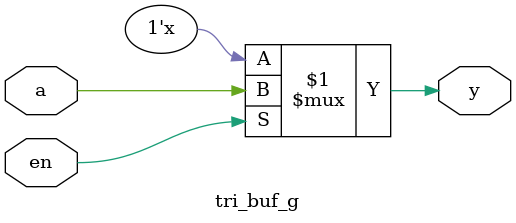
<source format=v>
module tri_buf_g (
  input  wire en,
  input  wire a,
  output wire y
);
  bufif1 u_buf(y, a, en); // drive when en==1, else Z
endmodule


</source>
